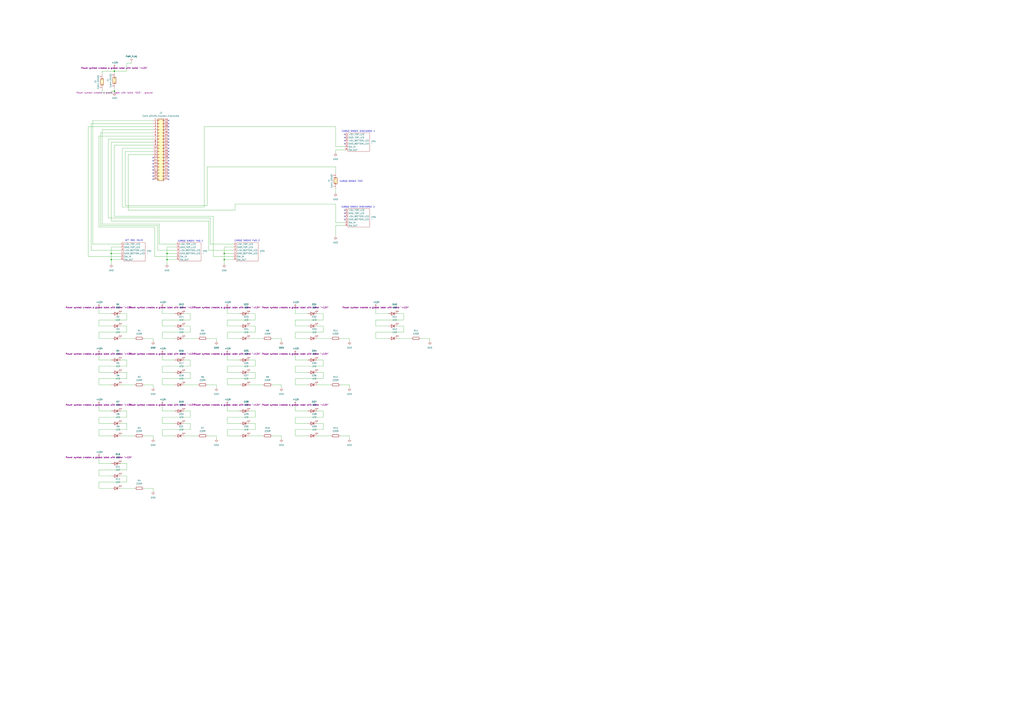
<source format=kicad_sch>
(kicad_sch (version 20250114) (generator "eeschema") (generator_version "9.0")
  (paper "A1")
  (text "CARGO SMOKE FWD 2\n" (at 202.946 197.866 0) (effects (font (size 1.27 1.27))))
  (text "CARGO SMOKE FWD 1" (at 156.464 198.12 0) (effects (font (size 1.27 1.27))))
  (text "CARGO SMOKE DISCHARGE 1\n" (at 294.386 107.95 0) (effects (font (size 1.27 1.27))))
  (text "AFT ISOL VALVE\n" (at 110.236 197.612 0) (effects (font (size 1.27 1.27))))
  (text "CARGO SMOKE TEST\n" (at 288.544 149.098 0) (effects (font (size 1.27 1.27))))
  (text "CARGO SMOKE DISCHARGE 2" (at 294.132 170.18 0) (effects (font (size 1.27 1.27))))
  (junction (at 184.15 213.36))
  (junction (at 137.16 208.28))
  (junction (at 93.98 74.93))
  (junction (at 184.15 208.28))
  (junction (at 91.44 213.36))
  (junction (at 93.98 58.42))
  (junction (at 137.16 213.36))
  (junction (at 91.44 208.28))
  (no_connect (at 125.73 132.08))
  (no_connect (at 125.73 129.54))
  (no_connect (at 125.73 142.24))
  (no_connect (at 138.43 132.08))
  (no_connect (at 138.43 119.38))
  (no_connect (at 138.43 127))
  (no_connect (at 283.21 115.57))
  (no_connect (at 125.73 137.16))
  (no_connect (at 138.43 129.54))
  (no_connect (at 138.43 137.16))
  (no_connect (at 283.21 118.11))
  (no_connect (at 138.43 142.24))
  (no_connect (at 125.73 134.62))
  (no_connect (at 283.21 110.49))
  (no_connect (at 138.43 124.46))
  (no_connect (at 138.43 114.3))
  (no_connect (at 125.73 139.7))
  (no_connect (at 125.73 147.32))
  (no_connect (at 138.43 101.6))
  (no_connect (at 283.21 177.8))
  (no_connect (at 138.43 121.92))
  (no_connect (at 283.21 172.72))
  (no_connect (at 138.43 111.76))
  (no_connect (at 138.43 99.06))
  (no_connect (at 138.43 109.22))
  (no_connect (at 138.43 116.84))
  (no_connect (at 138.43 106.68))
  (no_connect (at 283.21 113.03))
  (no_connect (at 283.21 180.34))
  (no_connect (at 283.21 175.26))
  (no_connect (at 138.43 104.14))
  (no_connect (at 138.43 134.62))
  (no_connect (at 138.43 139.7))
  (no_connect (at 138.43 147.32))
  (no_connect (at 125.73 144.78))
  (no_connect (at 138.43 144.78))
  (wire (pts (xy 83.82 106.68) (xy 125.73 106.68)))
  (wire (pts (xy 91.44 358.14) (xy 81.28 358.14)))
  (wire (pts (xy 167.64 104.14) (xy 167.64 170.18)))
  (wire (pts (xy 81.28 267.97) (xy 81.28 262.89)))
  (wire (pts (xy 93.98 55.88) (xy 93.98 58.42)))
  (wire (pts (xy 265.43 342.9) (xy 265.43 337.82)))
  (wire (pts (xy 151.13 278.13) (xy 162.56 278.13)))
  (wire (pts (xy 81.28 391.16) (xy 81.28 386.08)))
  (wire (pts (xy 156.21 337.82) (xy 151.13 337.82)))
  (wire (pts (xy 191.77 200.66) (xy 172.72 200.66)))
  (wire (pts (xy 283.21 182.88) (xy 275.59 182.88)))
  (wire (pts (xy 81.28 311.15) (xy 104.14 311.15)))
  (wire (pts (xy 133.35 300.99) (xy 156.21 300.99)))
  (wire (pts (xy 308.61 278.13) (xy 308.61 273.05)))
  (wire (pts (xy 129.54 185.42) (xy 82.55 185.42)))
  (wire (pts (xy 144.78 210.82) (xy 127 210.82)))
  (wire (pts (xy 104.14 391.16) (xy 99.06 391.16)))
  (wire (pts (xy 209.55 262.89) (xy 209.55 257.81)))
  (wire (pts (xy 186.69 278.13) (xy 186.69 273.05)))
  (wire (pts (xy 81.28 347.98) (xy 81.28 342.9)))
  (wire (pts (xy 137.16 217.17) (xy 137.16 213.36)))
  (wire (pts (xy 331.47 257.81) (xy 326.39 257.81)))
  (wire (pts (xy 133.35 252.73) (xy 133.35 257.81)))
  (wire (pts (xy 133.35 295.91) (xy 143.51 295.91)))
  (wire (pts (xy 156.21 342.9) (xy 156.21 337.82)))
  (wire (pts (xy 196.85 316.23) (xy 186.69 316.23)))
  (wire (pts (xy 186.69 342.9) (xy 209.55 342.9)))
  (wire (pts (xy 186.69 252.73) (xy 186.69 257.81)))
  (wire (pts (xy 231.14 278.13) (xy 231.14 280.67)))
  (wire (pts (xy 81.28 262.89) (xy 104.14 262.89)))
  (wire (pts (xy 242.57 273.05) (xy 265.43 273.05)))
  (wire (pts (xy 260.35 316.23) (xy 271.78 316.23)))
  (wire (pts (xy 133.35 262.89) (xy 156.21 262.89)))
  (wire (pts (xy 156.21 300.99) (xy 156.21 295.91)))
  (wire (pts (xy 81.28 332.74) (xy 81.28 337.82)))
  (wire (pts (xy 242.57 267.97) (xy 242.57 262.89)))
  (wire (pts (xy 127 210.82) (xy 127 186.69)))
  (wire (pts (xy 177.8 358.14) (xy 177.8 360.68)))
  (wire (pts (xy 308.61 267.97) (xy 308.61 262.89)))
  (wire (pts (xy 151.13 316.23) (xy 162.56 316.23)))
  (wire (pts (xy 93.98 119.38) (xy 125.73 119.38)))
  (wire (pts (xy 72.39 104.14) (xy 125.73 104.14)))
  (wire (pts (xy 81.28 186.69) (xy 81.28 111.76)))
  (wire (pts (xy 156.21 267.97) (xy 151.13 267.97)))
  (wire (pts (xy 308.61 273.05) (xy 331.47 273.05)))
  (wire (pts (xy 170.18 316.23) (xy 177.8 316.23)))
  (wire (pts (xy 125.73 316.23) (xy 125.73 318.77)))
  (wire (pts (xy 353.06 278.13) (xy 353.06 280.67)))
  (wire (pts (xy 133.35 342.9) (xy 156.21 342.9)))
  (wire (pts (xy 83.82 58.42) (xy 93.98 58.42)))
  (wire (pts (xy 81.28 381) (xy 91.44 381)))
  (wire (pts (xy 265.43 262.89) (xy 265.43 257.81)))
  (wire (pts (xy 104.14 273.05) (xy 104.14 267.97)))
  (wire (pts (xy 265.43 353.06) (xy 265.43 347.98)))
  (wire (pts (xy 81.28 316.23) (xy 81.28 311.15)))
  (wire (pts (xy 242.57 347.98) (xy 242.57 342.9)))
  (wire (pts (xy 242.57 278.13) (xy 242.57 273.05)))
  (wire (pts (xy 133.35 316.23) (xy 133.35 311.15)))
  (wire (pts (xy 129.54 185.42) (xy 129.54 205.74)))
  (wire (pts (xy 196.85 358.14) (xy 186.69 358.14)))
  (wire (pts (xy 223.52 278.13) (xy 231.14 278.13)))
  (wire (pts (xy 275.59 142.24) (xy 275.59 137.16)))
  (wire (pts (xy 275.59 185.42) (xy 275.59 194.31)))
  (wire (pts (xy 83.82 73.66) (xy 83.82 76.2)))
  (wire (pts (xy 81.28 386.08) (xy 104.14 386.08)))
  (wire (pts (xy 242.57 337.82) (xy 252.73 337.82)))
  (wire (pts (xy 231.14 316.23) (xy 231.14 318.77)))
  (wire (pts (xy 104.14 337.82) (xy 99.06 337.82)))
  (wire (pts (xy 265.43 295.91) (xy 260.35 295.91)))
  (wire (pts (xy 326.39 278.13) (xy 337.82 278.13)))
  (wire (pts (xy 91.44 203.2) (xy 91.44 208.28)))
  (wire (pts (xy 186.69 295.91) (xy 196.85 295.91)))
  (wire (pts (xy 93.98 58.42) (xy 93.98 59.69)))
  (wire (pts (xy 252.73 316.23) (xy 242.57 316.23)))
  (wire (pts (xy 209.55 267.97) (xy 204.47 267.97)))
  (wire (pts (xy 184.15 217.17) (xy 184.15 213.36)))
  (wire (pts (xy 99.06 203.2) (xy 91.44 203.2)))
  (wire (pts (xy 265.43 257.81) (xy 260.35 257.81)))
  (wire (pts (xy 275.59 123.19) (xy 275.59 125.73)))
  (wire (pts (xy 191.77 210.82) (xy 175.26 210.82)))
  (wire (pts (xy 83.82 60.96) (xy 83.82 58.42)))
  (wire (pts (xy 184.15 208.28) (xy 184.15 213.36)))
  (wire (pts (xy 102.87 124.46) (xy 125.73 124.46)))
  (wire (pts (xy 345.44 278.13) (xy 353.06 278.13)))
  (wire (pts (xy 156.21 306.07) (xy 151.13 306.07)))
  (wire (pts (xy 287.02 278.13) (xy 287.02 280.67)))
  (wire (pts (xy 133.35 273.05) (xy 156.21 273.05)))
  (wire (pts (xy 223.52 358.14) (xy 231.14 358.14)))
  (wire (pts (xy 91.44 116.84) (xy 125.73 116.84)))
  (wire (pts (xy 156.21 257.81) (xy 151.13 257.81)))
  (wire (pts (xy 170.18 278.13) (xy 177.8 278.13)))
  (wire (pts (xy 279.4 316.23) (xy 287.02 316.23)))
  (wire (pts (xy 125.73 358.14) (xy 125.73 360.68)))
  (wire (pts (xy 88.9 114.3) (xy 125.73 114.3)))
  (wire (pts (xy 74.93 101.6) (xy 74.93 205.74)))
  (wire (pts (xy 104.14 347.98) (xy 99.06 347.98)))
  (wire (pts (xy 81.28 375.92) (xy 81.28 381)))
  (wire (pts (xy 82.55 109.22) (xy 125.73 109.22)))
  (wire (pts (xy 275.59 185.42) (xy 283.21 185.42)))
  (wire (pts (xy 252.73 347.98) (xy 242.57 347.98)))
  (wire (pts (xy 186.69 306.07) (xy 186.69 300.99)))
  (wire (pts (xy 186.69 347.98) (xy 186.69 342.9)))
  (wire (pts (xy 308.61 252.73) (xy 308.61 257.81)))
  (wire (pts (xy 156.21 273.05) (xy 156.21 267.97)))
  (wire (pts (xy 279.4 278.13) (xy 287.02 278.13)))
  (wire (pts (xy 104.14 342.9) (xy 104.14 337.82)))
  (wire (pts (xy 260.35 278.13) (xy 271.78 278.13)))
  (wire (pts (xy 196.85 278.13) (xy 186.69 278.13)))
  (wire (pts (xy 275.59 120.65) (xy 283.21 120.65)))
  (wire (pts (xy 81.28 111.76) (xy 125.73 111.76)))
  (wire (pts (xy 177.8 316.23) (xy 177.8 318.77)))
  (wire (pts (xy 107.95 52.07) (xy 107.95 50.8)))
  (wire (pts (xy 99.06 316.23) (xy 110.49 316.23)))
  (wire (pts (xy 104.14 295.91) (xy 99.06 295.91)))
  (wire (pts (xy 81.28 300.99) (xy 104.14 300.99)))
  (wire (pts (xy 242.57 332.74) (xy 242.57 337.82)))
  (wire (pts (xy 209.55 295.91) (xy 204.47 295.91)))
  (wire (pts (xy 156.21 347.98) (xy 151.13 347.98)))
  (wire (pts (xy 99.06 208.28) (xy 91.44 208.28)))
  (wire (pts (xy 275.59 167.64) (xy 193.04 167.64)))
  (wire (pts (xy 209.55 347.98) (xy 204.47 347.98)))
  (wire (pts (xy 91.44 217.17) (xy 91.44 213.36)))
  (wire (pts (xy 242.57 300.99) (xy 265.43 300.99)))
  (wire (pts (xy 204.47 278.13) (xy 215.9 278.13)))
  (wire (pts (xy 100.33 121.92) (xy 125.73 121.92)))
  (wire (pts (xy 76.2 99.06) (xy 125.73 99.06)))
  (wire (pts (xy 91.44 347.98) (xy 81.28 347.98)))
  (wire (pts (xy 231.14 358.14) (xy 231.14 360.68)))
  (wire (pts (xy 156.21 295.91) (xy 151.13 295.91)))
  (wire (pts (xy 143.51 267.97) (xy 133.35 267.97)))
  (wire (pts (xy 275.59 137.16) (xy 170.18 137.16)))
  (wire (pts (xy 175.26 177.8) (xy 175.26 210.82)))
  (wire (pts (xy 133.35 290.83) (xy 133.35 295.91)))
  (wire (pts (xy 186.69 290.83) (xy 186.69 295.91)))
  (wire (pts (xy 104.14 58.42) (xy 104.14 52.07)))
  (wire (pts (xy 104.14 386.08) (xy 104.14 381)))
  (wire (pts (xy 133.35 347.98) (xy 133.35 342.9)))
  (wire (pts (xy 104.14 257.81) (xy 99.06 257.81)))
  (wire (pts (xy 186.69 300.99) (xy 209.55 300.99)))
  (wire (pts (xy 252.73 278.13) (xy 242.57 278.13)))
  (wire (pts (xy 81.28 295.91) (xy 91.44 295.91)))
  (wire (pts (xy 118.11 316.23) (xy 125.73 316.23)))
  (wire (pts (xy 252.73 306.07) (xy 242.57 306.07)))
  (wire (pts (xy 91.44 76.2) (xy 91.44 74.93)))
  (wire (pts (xy 242.57 358.14) (xy 242.57 353.06)))
  (wire (pts (xy 144.78 208.28) (xy 137.16 208.28)))
  (wire (pts (xy 191.77 208.28) (xy 184.15 208.28)))
  (wire (pts (xy 118.11 401.32) (xy 125.73 401.32)))
  (wire (pts (xy 118.11 278.13) (xy 125.73 278.13)))
  (wire (pts (xy 137.16 208.28) (xy 137.16 213.36)))
  (wire (pts (xy 193.04 172.72) (xy 105.41 172.72)))
  (wire (pts (xy 91.44 306.07) (xy 81.28 306.07)))
  (wire (pts (xy 104.14 300.99) (xy 104.14 295.91)))
  (wire (pts (xy 242.57 311.15) (xy 265.43 311.15)))
  (wire (pts (xy 265.43 337.82) (xy 260.35 337.82)))
  (wire (pts (xy 81.28 337.82) (xy 91.44 337.82)))
  (wire (pts (xy 104.14 267.97) (xy 99.06 267.97)))
  (wire (pts (xy 275.59 104.14) (xy 167.64 104.14)))
  (wire (pts (xy 91.44 401.32) (xy 81.28 401.32)))
  (wire (pts (xy 99.06 358.14) (xy 110.49 358.14)))
  (wire (pts (xy 242.57 262.89) (xy 265.43 262.89)))
  (wire (pts (xy 143.51 306.07) (xy 133.35 306.07)))
  (wire (pts (xy 191.77 203.2) (xy 184.15 203.2)))
  (wire (pts (xy 81.28 278.13) (xy 81.28 273.05)))
  (wire (pts (xy 167.64 170.18) (xy 100.33 170.18)))
  (wire (pts (xy 265.43 311.15) (xy 265.43 306.07)))
  (wire (pts (xy 184.15 203.2) (xy 184.15 208.28)))
  (wire (pts (xy 242.57 295.91) (xy 252.73 295.91)))
  (wire (pts (xy 83.82 76.2) (xy 91.44 76.2)))
  (wire (pts (xy 242.57 306.07) (xy 242.57 300.99)))
  (wire (pts (xy 133.35 278.13) (xy 133.35 273.05)))
  (wire (pts (xy 209.55 311.15) (xy 209.55 306.07)))
  (wire (pts (xy 144.78 203.2) (xy 137.16 203.2)))
  (wire (pts (xy 204.47 358.14) (xy 215.9 358.14)))
  (wire (pts (xy 143.51 316.23) (xy 133.35 316.23)))
  (wire (pts (xy 331.47 273.05) (xy 331.47 267.97)))
  (wire (pts (xy 172.72 179.07) (xy 88.9 179.07)))
  (wire (pts (xy 209.55 257.81) (xy 204.47 257.81)))
  (wire (pts (xy 133.35 311.15) (xy 156.21 311.15)))
  (wire (pts (xy 104.14 306.07) (xy 99.06 306.07)))
  (wire (pts (xy 252.73 267.97) (xy 242.57 267.97)))
  (wire (pts (xy 133.35 257.81) (xy 143.51 257.81)))
  (wire (pts (xy 74.93 205.74) (xy 99.06 205.74)))
  (wire (pts (xy 186.69 337.82) (xy 196.85 337.82)))
  (wire (pts (xy 133.35 358.14) (xy 133.35 353.06)))
  (wire (pts (xy 137.16 213.36) (xy 144.78 213.36)))
  (wire (pts (xy 242.57 257.81) (xy 252.73 257.81)))
  (wire (pts (xy 100.33 170.18) (xy 100.33 121.92)))
  (wire (pts (xy 265.43 273.05) (xy 265.43 267.97)))
  (wire (pts (xy 137.16 203.2) (xy 137.16 208.28)))
  (wire (pts (xy 143.51 278.13) (xy 133.35 278.13)))
  (wire (pts (xy 279.4 358.14) (xy 287.02 358.14)))
  (wire (pts (xy 104.14 262.89) (xy 104.14 257.81)))
  (wire (pts (xy 118.11 358.14) (xy 125.73 358.14)))
  (wire (pts (xy 265.43 347.98) (xy 260.35 347.98)))
  (wire (pts (xy 105.41 172.72) (xy 105.41 127)))
  (wire (pts (xy 170.18 168.91) (xy 102.87 168.91)))
  (wire (pts (xy 196.85 306.07) (xy 186.69 306.07)))
  (wire (pts (xy 186.69 257.81) (xy 196.85 257.81)))
  (wire (pts (xy 170.18 137.16) (xy 170.18 168.91)))
  (wire (pts (xy 81.28 342.9) (xy 104.14 342.9)))
  (wire (pts (xy 93.98 74.93) (xy 93.98 76.2)))
  (wire (pts (xy 265.43 306.07) (xy 260.35 306.07)))
  (wire (pts (xy 88.9 179.07) (xy 88.9 114.3)))
  (wire (pts (xy 223.52 316.23) (xy 231.14 316.23)))
  (wire (pts (xy 275.59 123.19) (xy 283.21 123.19)))
  (wire (pts (xy 81.28 252.73) (xy 81.28 257.81)))
  (wire (pts (xy 91.44 391.16) (xy 81.28 391.16)))
  (wire (pts (xy 172.72 179.07) (xy 172.72 200.66)))
  (wire (pts (xy 331.47 267.97) (xy 326.39 267.97)))
  (wire (pts (xy 151.13 358.14) (xy 162.56 358.14)))
  (wire (pts (xy 143.51 347.98) (xy 133.35 347.98)))
  (wire (pts (xy 186.69 273.05) (xy 209.55 273.05)))
  (wire (pts (xy 242.57 353.06) (xy 265.43 353.06)))
  (wire (pts (xy 104.14 52.07) (xy 107.95 52.07)))
  (wire (pts (xy 125.73 401.32) (xy 125.73 403.86)))
  (wire (pts (xy 171.45 181.61) (xy 91.44 181.61)))
  (wire (pts (xy 81.28 306.07) (xy 81.28 300.99)))
  (wire (pts (xy 156.21 353.06) (xy 156.21 347.98)))
  (wire (pts (xy 133.35 332.74) (xy 133.35 337.82)))
  (wire (pts (xy 186.69 353.06) (xy 209.55 353.06)))
  (wire (pts (xy 72.39 210.82) (xy 99.06 210.82)))
  (wire (pts (xy 242.57 290.83) (xy 242.57 295.91)))
  (wire (pts (xy 133.35 353.06) (xy 156.21 353.06)))
  (wire (pts (xy 91.44 278.13) (xy 81.28 278.13)))
  (wire (pts (xy 133.35 306.07) (xy 133.35 300.99)))
  (wire (pts (xy 81.28 290.83) (xy 81.28 295.91)))
  (wire (pts (xy 91.44 267.97) (xy 81.28 267.97)))
  (wire (pts (xy 72.39 210.82) (xy 72.39 104.14)))
  (wire (pts (xy 91.44 213.36) (xy 99.06 213.36)))
  (wire (pts (xy 81.28 396.24) (xy 104.14 396.24)))
  (wire (pts (xy 191.77 205.74) (xy 171.45 205.74)))
  (wire (pts (xy 171.45 205.74) (xy 171.45 181.61)))
  (wire (pts (xy 209.55 300.99) (xy 209.55 295.91)))
  (wire (pts (xy 175.26 177.8) (xy 93.98 177.8)))
  (wire (pts (xy 209.55 306.07) (xy 204.47 306.07)))
  (wire (pts (xy 130.81 184.15) (xy 83.82 184.15)))
  (wire (pts (xy 105.41 127) (xy 125.73 127)))
  (wire (pts (xy 186.69 311.15) (xy 209.55 311.15)))
  (wire (pts (xy 265.43 267.97) (xy 260.35 267.97)))
  (wire (pts (xy 76.2 200.66) (xy 76.2 99.06)))
  (wire (pts (xy 83.82 184.15) (xy 83.82 106.68)))
  (wire (pts (xy 186.69 316.23) (xy 186.69 311.15)))
  (wire (pts (xy 102.87 168.91) (xy 102.87 124.46)))
  (wire (pts (xy 177.8 278.13) (xy 177.8 280.67)))
  (wire (pts (xy 308.61 262.89) (xy 331.47 262.89)))
  (wire (pts (xy 275.59 167.64) (xy 275.59 182.88)))
  (wire (pts (xy 91.44 208.28) (xy 91.44 213.36)))
  (wire (pts (xy 204.47 316.23) (xy 215.9 316.23)))
  (wire (pts (xy 186.69 262.89) (xy 209.55 262.89)))
  (wire (pts (xy 81.28 358.14) (xy 81.28 353.06)))
  (wire (pts (xy 318.77 278.13) (xy 308.61 278.13)))
  (wire (pts (xy 209.55 273.05) (xy 209.55 267.97)))
  (wire (pts (xy 81.28 353.06) (xy 104.14 353.06)))
  (wire (pts (xy 196.85 347.98) (xy 186.69 347.98)))
  (wire (pts (xy 308.61 257.81) (xy 318.77 257.81)))
  (wire (pts (xy 81.28 401.32) (xy 81.28 396.24)))
  (wire (pts (xy 133.35 337.82) (xy 143.51 337.82)))
  (wire (pts (xy 242.57 342.9) (xy 265.43 342.9)))
  (wire (pts (xy 129.54 205.74) (xy 144.78 205.74)))
  (wire (pts (xy 209.55 342.9) (xy 209.55 337.82)))
  (wire (pts (xy 196.85 267.97) (xy 186.69 267.97)))
  (wire (pts (xy 125.73 101.6) (xy 74.93 101.6)))
  (wire (pts (xy 184.15 213.36) (xy 191.77 213.36)))
  (wire (pts (xy 209.55 353.06) (xy 209.55 347.98)))
  (wire (pts (xy 93.98 58.42) (xy 104.14 58.42)))
  (wire (pts (xy 104.14 396.24) (xy 104.14 391.16)))
  (wire (pts (xy 104.14 353.06) (xy 104.14 347.98)))
  (wire (pts (xy 99.06 401.32) (xy 110.49 401.32)))
  (wire (pts (xy 125.73 278.13) (xy 125.73 280.67)))
  (wire (pts (xy 265.43 300.99) (xy 265.43 295.91)))
  (wire (pts (xy 186.69 332.74) (xy 186.69 337.82)))
  (wire (pts (xy 81.28 257.81) (xy 91.44 257.81)))
  (wire (pts (xy 130.81 184.15) (xy 130.81 200.66)))
  (wire (pts (xy 252.73 358.14) (xy 242.57 358.14)))
  (wire (pts (xy 186.69 267.97) (xy 186.69 262.89)))
  (wire (pts (xy 104.14 311.15) (xy 104.14 306.07)))
  (wire (pts (xy 91.44 181.61) (xy 91.44 116.84)))
  (wire (pts (xy 156.21 311.15) (xy 156.21 306.07)))
  (wire (pts (xy 82.55 185.42) (xy 82.55 109.22)))
  (wire (pts (xy 275.59 154.94) (xy 275.59 158.75)))
  (wire (pts (xy 193.04 167.64) (xy 193.04 172.72)))
  (wire (pts (xy 93.98 72.39) (xy 93.98 74.93)))
  (wire (pts (xy 275.59 104.14) (xy 275.59 120.65)))
  (wire (pts (xy 242.57 252.73) (xy 242.57 257.81)))
  (wire (pts (xy 287.02 316.23) (xy 287.02 318.77)))
  (wire (pts (xy 99.06 278.13) (xy 110.49 278.13)))
  (wire (pts (xy 186.69 358.14) (xy 186.69 353.06)))
  (wire (pts (xy 99.06 200.66) (xy 76.2 200.66)))
  (wire (pts (xy 260.35 358.14) (xy 271.78 358.14)))
  (wire (pts (xy 318.77 267.97) (xy 308.61 267.97)))
  (wire (pts (xy 287.02 358.14) (xy 287.02 360.68)))
  (wire (pts (xy 209.55 337.82) (xy 204.47 337.82)))
  (wire (pts (xy 331.47 262.89) (xy 331.47 257.81)))
  (wire (pts (xy 156.21 262.89) (xy 156.21 257.81)))
  (wire (pts (xy 133.35 267.97) (xy 133.35 262.89)))
  (wire (pts (xy 104.14 381) (xy 99.06 381)))
  (wire (pts (xy 91.44 74.93) (xy 93.98 74.93)))
  (wire (pts (xy 127 186.69) (xy 81.28 186.69)))
  (wire (pts (xy 93.98 177.8) (xy 93.98 119.38)))
  (wire (pts (xy 91.44 316.23) (xy 81.28 316.23)))
  (wire (pts (xy 144.78 200.66) (xy 130.81 200.66)))
  (wire (pts (xy 81.28 273.05) (xy 104.14 273.05)))
  (wire (pts (xy 143.51 358.14) (xy 133.35 358.14)))
  (wire (pts (xy 242.57 316.23) (xy 242.57 311.15)))
  (wire (pts (xy 170.18 358.14) (xy 177.8 358.14)))
  (symbol (lib_id "power:GND") (at 93.98 76.2 0) (unit 1)
    (property "Reference" "#PWR07" (effects (hide yes)))
    (property "Value" "GND" (at 94.107 80.5942 0))
    (property "Description" "Power symbol creates a global label with name \"GND\" , ground" (at 93.98 76.2 0))
  )
  (symbol (lib_id "power:+12V") (at 93.98 55.88 0) (unit 1)
    (property "Reference" "#PWR06" (effects (hide yes)))
    (property "Value" "+12V" (at 94.361 51.4858 0))
    (property "Description" "Power symbol creates a global label with name \"+12V\"" (at 93.98 55.88 0))
  )
  (symbol (lib_id "power:PWR_FLAG") (at 107.95 50.8 0) (unit 1)
    (property "Reference" "#FLG01" (effects (hide yes)))
    (property "Value" "PWR_FLAG" (at 107.95 46.4058 0))
  )
  (symbol (lib_id "power:+12V") (at 242.57 332.74 0) (unit 1)
    (property "Reference" "#PWR028" (effects (hide yes)))
    (property "Value" "+12V" (at 242.951 328.3458 0))
    (property "Description" "Power symbol creates a global label with name \"+12V\"" (at 242.57 332.74 0))
  )
  (symbol (lib_id "Device:R") (at 219.71 358.14 90) (unit 1)
    (property "Reference" "R10" (at 219.71 351.79 90))
    (property "Value" "220R" (at 219.71 354.33 90))
    (property "Footprint" "Resistor_SMD:R_1206_3216Metric_Pad1.30x1.75mm_HandSolder" (effects (hide yes)))
    (property "Description" "Resistor" (effects (hide yes)))
  )
  (symbol (lib_id "power:+12V") (at 133.35 252.73 0) (unit 1)
    (property "Reference" "#PWR012" (effects (hide yes)))
    (property "Value" "+12V" (at 133.731 248.3358 0))
    (property "Description" "Power symbol creates a global label with name \"+12V\"" (at 133.35 252.73 0))
  )
  (symbol (lib_id "Device:LED") (at 147.32 347.98 180) (unit 1)
    (property "Reference" "D20" (at 148.9075 340.36 0))
    (property "Value" "LED" (at 148.9075 342.9 0))
    (property "Footprint" "OpenA3XX:LED_Everlight-SMD3528_3.5x2.8mm_67-21ST" (effects (hide yes)))
    (property "Description" "Light emitting diode" (effects (hide yes)))
    (property "Sim.Pins" "1=K 2=A" (effects (hide yes)))
  )
  (symbol (lib_id "Device:R") (at 114.3 401.32 90) (unit 1)
    (property "Reference" "R4" (at 114.3 394.97 90))
    (property "Value" "220R" (at 114.3 397.51 90))
    (property "Footprint" "Resistor_SMD:R_1206_3216Metric_Pad1.30x1.75mm_HandSolder" (effects (hide yes)))
    (property "Description" "Resistor" (effects (hide yes)))
  )
  (symbol (lib_id "Device:LED") (at 95.25 306.07 180) (unit 1)
    (property "Reference" "D5" (at 96.8375 298.45 0))
    (property "Value" "LED" (at 96.8375 300.99 0))
    (property "Footprint" "OpenA3XX:LED_Everlight-SMD3528_3.5x2.8mm_67-21ST" (effects (hide yes)))
    (property "Description" "Light emitting diode" (effects (hide yes)))
    (property "Sim.Pins" "1=K 2=A" (effects (hide yes)))
  )
  (symbol (lib_id "Connector_Generic:Conn_02x01") (at 275.59 149.86 90) (unit 1)
    (property "Reference" "J4" (at 270.0782 148.59 0))
    (property "Value" "Conn_02x01" (at 272.3896 148.59 0))
    (property "Footprint" "Connector_PinHeader_2.54mm:PinHeader_1x02_P2.54mm_Vertical" (effects (hide yes)))
    (property "Description" "Generic connector, double row, 02x01, this symbol is compatible with counter-clockwise, top-bottom and odd-even numbering schemes., script generated (kicad-library-utils/schlib/autogen/connector/)" (effects (hide yes)))
  )
  (symbol (lib_id "Device:LED") (at 256.54 278.13 180) (unit 1)
    (property "Reference" "D33" (at 258.1275 270.51 0))
    (property "Value" "LED" (at 258.1275 273.05 0))
    (property "Footprint" "OpenA3XX:LED_Everlight-SMD3528_3.5x2.8mm_67-21ST" (effects (hide yes)))
    (property "Description" "Light emitting diode" (effects (hide yes)))
    (property "Sim.Pins" "1=K 2=A" (effects (hide yes)))
  )
  (symbol (lib_id "KorrySwitch:Korry_Switch") (at 293.37 170.18 0) (unit 1)
    (property "Reference" "KR5" (at 304.8 178.4349 0) (effects (justify left)))
    (property "Value" "~" (at 304.8 180.34 0) (effects (justify left)))
    (property "Footprint" "OpenA3XX:Korry Switch" (effects (hide yes)))
  )
  (symbol (lib_id "Device:LED") (at 95.25 316.23 180) (unit 1)
    (property "Reference" "D6" (at 96.8375 308.61 0))
    (property "Value" "LED" (at 96.8375 311.15 0))
    (property "Footprint" "OpenA3XX:LED_Everlight-SMD3528_3.5x2.8mm_67-21ST" (effects (hide yes)))
    (property "Description" "Light emitting diode" (effects (hide yes)))
    (property "Sim.Pins" "1=K 2=A" (effects (hide yes)))
  )
  (symbol (lib_id "Device:LED") (at 200.66 267.97 180) (unit 1)
    (property "Reference" "D23" (at 202.2475 260.35 0))
    (property "Value" "LED" (at 202.2475 262.89 0))
    (property "Footprint" "OpenA3XX:LED_Everlight-SMD3528_3.5x2.8mm_67-21ST" (effects (hide yes)))
    (property "Description" "Light emitting diode" (effects (hide yes)))
    (property "Sim.Pins" "1=K 2=A" (effects (hide yes)))
  )
  (symbol (lib_id "power:GND") (at 184.15 217.17 0) (unit 1)
    (property "Reference" "#PWR019" (effects (hide yes)))
    (property "Value" "GND" (at 184.15 222.25 0))
    (property "Description" "Power symbol creates a global label with name \"GND\" , ground" (effects (hide yes)))
  )
  (symbol (lib_id "Device:R") (at 114.3 278.13 90) (unit 1)
    (property "Reference" "R1" (at 114.3 271.78 90))
    (property "Value" "220R" (at 114.3 274.32 90))
    (property "Footprint" "Resistor_SMD:R_1206_3216Metric_Pad1.30x1.75mm_HandSolder" (effects (hide yes)))
    (property "Description" "Resistor" (effects (hide yes)))
  )
  (symbol (lib_id "Device:LED") (at 256.54 267.97 180) (unit 1)
    (property "Reference" "D32" (at 258.1275 260.35 0))
    (property "Value" "LED" (at 258.1275 262.89 0))
    (property "Footprint" "OpenA3XX:LED_Everlight-SMD3528_3.5x2.8mm_67-21ST" (effects (hide yes)))
    (property "Description" "Light emitting diode" (effects (hide yes)))
    (property "Sim.Pins" "1=K 2=A" (effects (hide yes)))
  )
  (symbol (lib_id "Device:R") (at 275.59 316.23 90) (unit 1)
    (property "Reference" "R12" (at 275.59 309.88 90))
    (property "Value" "220R" (at 275.59 312.42 90))
    (property "Footprint" "Resistor_SMD:R_1206_3216Metric_Pad1.30x1.75mm_HandSolder" (effects (hide yes)))
    (property "Description" "Resistor" (effects (hide yes)))
  )
  (symbol (lib_id "Device:LED") (at 200.66 347.98 180) (unit 1)
    (property "Reference" "D29" (at 202.2475 340.36 0))
    (property "Value" "LED" (at 202.2475 342.9 0))
    (property "Footprint" "OpenA3XX:LED_Everlight-SMD3528_3.5x2.8mm_67-21ST" (effects (hide yes)))
    (property "Description" "Light emitting diode" (effects (hide yes)))
    (property "Sim.Pins" "1=K 2=A" (effects (hide yes)))
  )
  (symbol (lib_id "power:GND") (at 91.44 217.17 0) (unit 1)
    (property "Reference" "#PWR05" (effects (hide yes)))
    (property "Value" "GND" (at 91.44 222.25 0))
    (property "Description" "Power symbol creates a global label with name \"GND\" , ground" (effects (hide yes)))
  )
  (symbol (lib_id "power:+12V") (at 242.57 252.73 0) (unit 1)
    (property "Reference" "#PWR026" (effects (hide yes)))
    (property "Value" "+12V" (at 242.951 248.3358 0))
    (property "Description" "Power symbol creates a global label with name \"+12V\"" (at 242.57 252.73 0))
  )
  (symbol (lib_id "Connector_Generic:Conn_02x01") (at 83.82 68.58 90) (unit 1)
    (property "Reference" "J3" (at 78.3082 67.31 0))
    (property "Value" "Conn_02x01" (at 80.6196 67.31 0))
    (property "Footprint" "TerminalBlock:TerminalBlock_bornier-2_P5.08mm" (effects (hide yes)))
    (property "Description" "Generic connector, double row, 02x01, this symbol is compatible with counter-clockwise, top-bottom and odd-even numbering schemes., script generated (kicad-library-utils/schlib/autogen/connector/)" (effects (hide yes)))
  )
  (symbol (lib_id "power:GND") (at 231.14 318.77 0) (unit 1)
    (property "Reference" "#PWR024" (effects (hide yes)))
    (property "Value" "GND" (at 231.14 323.85 0))
    (property "Description" "Power symbol creates a global label with name \"GND\" , ground" (effects (hide yes)))
  )
  (symbol (lib_id "Device:LED") (at 95.25 347.98 180) (unit 1)
    (property "Reference" "D8" (at 96.8375 340.36 0))
    (property "Value" "LED" (at 96.8375 342.9 0))
    (property "Footprint" "OpenA3XX:LED_Everlight-SMD3528_3.5x2.8mm_67-21ST" (effects (hide yes)))
    (property "Description" "Light emitting diode" (effects (hide yes)))
    (property "Sim.Pins" "1=K 2=A" (effects (hide yes)))
  )
  (symbol (lib_id "power:+12V") (at 186.69 332.74 0) (unit 1)
    (property "Reference" "#PWR022" (effects (hide yes)))
    (property "Value" "+12V" (at 187.071 328.3458 0))
    (property "Description" "Power symbol creates a global label with name \"+12V\"" (at 186.69 332.74 0))
  )
  (symbol (lib_id "Device:LED") (at 200.66 316.23 180) (unit 1)
    (property "Reference" "D27" (at 202.2475 308.61 0))
    (property "Value" "LED" (at 202.2475 311.15 0))
    (property "Footprint" "OpenA3XX:LED_Everlight-SMD3528_3.5x2.8mm_67-21ST" (effects (hide yes)))
    (property "Description" "Light emitting diode" (effects (hide yes)))
    (property "Sim.Pins" "1=K 2=A" (effects (hide yes)))
  )
  (symbol (lib_id "Device:LED") (at 200.66 278.13 180) (unit 1)
    (property "Reference" "D24" (at 202.2475 270.51 0))
    (property "Value" "LED" (at 202.2475 273.05 0))
    (property "Footprint" "OpenA3XX:LED_Everlight-SMD3528_3.5x2.8mm_67-21ST" (effects (hide yes)))
    (property "Description" "Light emitting diode" (effects (hide yes)))
    (property "Sim.Pins" "1=K 2=A" (effects (hide yes)))
  )
  (symbol (lib_id "power:+12V") (at 308.61 252.73 0) (unit 1)
    (property "Reference" "#PWR035" (effects (hide yes)))
    (property "Value" "+12V" (at 308.991 248.3358 0))
    (property "Description" "Power symbol creates a global label with name \"+12V\"" (at 308.61 252.73 0))
  )
  (symbol (lib_id "Device:LED") (at 147.32 257.81 180) (unit 1)
    (property "Reference" "D13" (at 148.9075 250.19 0))
    (property "Value" "LED" (at 148.9075 252.73 0))
    (property "Footprint" "OpenA3XX:LED_Everlight-SMD3528_3.5x2.8mm_67-21ST" (effects (hide yes)))
    (property "Description" "Light emitting diode" (effects (hide yes)))
    (property "Sim.Pins" "1=K 2=A" (effects (hide yes)))
  )
  (symbol (lib_id "power:GND") (at 125.73 318.77 0) (unit 1)
    (property "Reference" "#PWR09" (effects (hide yes)))
    (property "Value" "GND" (at 125.73 323.85 0))
    (property "Description" "Power symbol creates a global label with name \"GND\" , ground" (effects (hide yes)))
  )
  (symbol (lib_id "KorrySwitch:Korry_Switch") (at 293.37 107.95 0) (unit 1)
    (property "Reference" "KR4" (at 304.8 116.2049 0) (effects (justify left)))
    (property "Value" "~" (at 304.8 118.11 0) (effects (justify left)))
    (property "Footprint" "OpenA3XX:Korry Switch" (effects (hide yes)))
  )
  (symbol (lib_id "Device:R") (at 341.63 278.13 90) (unit 1)
    (property "Reference" "R14" (at 341.63 271.78 90))
    (property "Value" "220R" (at 341.63 274.32 90))
    (property "Footprint" "Resistor_SMD:R_1206_3216Metric_Pad1.30x1.75mm_HandSolder" (effects (hide yes)))
    (property "Description" "Resistor" (effects (hide yes)))
  )
  (symbol (lib_id "Device:LED") (at 200.66 295.91 180) (unit 1)
    (property "Reference" "D25" (at 202.2475 288.29 0))
    (property "Value" "LED" (at 202.2475 290.83 0))
    (property "Footprint" "OpenA3XX:LED_Everlight-SMD3528_3.5x2.8mm_67-21ST" (effects (hide yes)))
    (property "Description" "Light emitting diode" (effects (hide yes)))
    (property "Sim.Pins" "1=K 2=A" (effects (hide yes)))
  )
  (symbol (lib_id "Device:R") (at 275.59 278.13 90) (unit 1)
    (property "Reference" "R11" (at 275.59 271.78 90))
    (property "Value" "220R" (at 275.59 274.32 90))
    (property "Footprint" "Resistor_SMD:R_1206_3216Metric_Pad1.30x1.75mm_HandSolder" (effects (hide yes)))
    (property "Description" "Resistor" (effects (hide yes)))
  )
  (symbol (lib_id "power:+12V") (at 186.69 252.73 0) (unit 1)
    (property "Reference" "#PWR020" (effects (hide yes)))
    (property "Value" "+12V" (at 187.071 248.3358 0))
    (property "Description" "Power symbol creates a global label with name \"+12V\"" (at 186.69 252.73 0))
  )
  (symbol (lib_id "power:GND") (at 275.59 125.73 0) (unit 1)
    (property "Reference" "#PWR029" (effects (hide yes)))
    (property "Value" "GND" (at 275.59 130.81 0))
    (property "Description" "Power symbol creates a global label with name \"GND\" , ground" (effects (hide yes)))
  )
  (symbol (lib_id "power:GND") (at 353.06 280.67 0) (unit 1)
    (property "Reference" "#PWR037" (effects (hide yes)))
    (property "Value" "GND" (at 353.06 285.75 0))
    (property "Description" "Power symbol creates a global label with name \"GND\" , ground" (effects (hide yes)))
  )
  (symbol (lib_id "Device:LED") (at 200.66 358.14 180) (unit 1)
    (property "Reference" "D30" (at 202.2475 350.52 0))
    (property "Value" "LED" (at 202.2475 353.06 0))
    (property "Footprint" "OpenA3XX:LED_Everlight-SMD3528_3.5x2.8mm_67-21ST" (effects (hide yes)))
    (property "Description" "Light emitting diode" (effects (hide yes)))
    (property "Sim.Pins" "1=K 2=A" (effects (hide yes)))
  )
  (symbol (lib_id "Device:R") (at 114.3 316.23 90) (unit 1)
    (property "Reference" "R2" (at 114.3 309.88 90))
    (property "Value" "220R" (at 114.3 312.42 90))
    (property "Footprint" "Resistor_SMD:R_1206_3216Metric_Pad1.30x1.75mm_HandSolder" (effects (hide yes)))
    (property "Description" "Resistor" (effects (hide yes)))
  )
  (symbol (lib_id "power:GND") (at 125.73 360.68 0) (unit 1)
    (property "Reference" "#PWR010" (effects (hide yes)))
    (property "Value" "GND" (at 125.73 365.76 0))
    (property "Description" "Power symbol creates a global label with name \"GND\" , ground" (effects (hide yes)))
  )
  (symbol (lib_id "Device:LED") (at 256.54 316.23 180) (unit 1)
    (property "Reference" "D36" (at 258.1275 308.61 0))
    (property "Value" "LED" (at 258.1275 311.15 0))
    (property "Footprint" "OpenA3XX:LED_Everlight-SMD3528_3.5x2.8mm_67-21ST" (effects (hide yes)))
    (property "Description" "Light emitting diode" (effects (hide yes)))
    (property "Sim.Pins" "1=K 2=A" (effects (hide yes)))
  )
  (symbol (lib_id "power:+12V") (at 133.35 290.83 0) (unit 1)
    (property "Reference" "#PWR013" (effects (hide yes)))
    (property "Value" "+12V" (at 133.731 286.4358 0))
    (property "Description" "Power symbol creates a global label with name \"+12V\"" (at 133.35 290.83 0))
  )
  (symbol (lib_id "power:+12V") (at 81.28 252.73 0) (unit 1)
    (property "Reference" "#PWR01" (effects (hide yes)))
    (property "Value" "+12V" (at 81.661 248.3358 0))
    (property "Description" "Power symbol creates a global label with name \"+12V\"" (at 81.28 252.73 0))
  )
  (symbol (lib_id "Device:LED") (at 147.32 278.13 180) (unit 1)
    (property "Reference" "D15" (at 148.9075 270.51 0))
    (property "Value" "LED" (at 148.9075 273.05 0))
    (property "Footprint" "OpenA3XX:LED_Everlight-SMD3528_3.5x2.8mm_67-21ST" (effects (hide yes)))
    (property "Description" "Light emitting diode" (effects (hide yes)))
    (property "Sim.Pins" "1=K 2=A" (effects (hide yes)))
  )
  (symbol (lib_id "power:GND") (at 125.73 280.67 0) (unit 1)
    (property "Reference" "#PWR08" (effects (hide yes)))
    (property "Value" "GND" (at 125.73 285.75 0))
    (property "Description" "Power symbol creates a global label with name \"GND\" , ground" (effects (hide yes)))
  )
  (symbol (lib_id "Device:LED") (at 322.58 257.81 180) (unit 1)
    (property "Reference" "D40" (at 324.1675 250.19 0))
    (property "Value" "LED" (at 324.1675 252.73 0))
    (property "Footprint" "OpenA3XX:LED_Everlight-SMD3528_3.5x2.8mm_67-21ST" (effects (hide yes)))
    (property "Description" "Light emitting diode" (effects (hide yes)))
    (property "Sim.Pins" "1=K 2=A" (effects (hide yes)))
  )
  (symbol (lib_id "Device:LED") (at 322.58 278.13 180) (unit 1)
    (property "Reference" "D42" (at 324.1675 270.51 0))
    (property "Value" "LED" (at 324.1675 273.05 0))
    (property "Footprint" "OpenA3XX:LED_Everlight-SMD3528_3.5x2.8mm_67-21ST" (effects (hide yes)))
    (property "Description" "Light emitting diode" (effects (hide yes)))
    (property "Sim.Pins" "1=K 2=A" (effects (hide yes)))
  )
  (symbol (lib_id "Device:R") (at 219.71 278.13 90) (unit 1)
    (property "Reference" "R8" (at 219.71 271.78 90))
    (property "Value" "220R" (at 219.71 274.32 90))
    (property "Footprint" "Resistor_SMD:R_1206_3216Metric_Pad1.30x1.75mm_HandSolder" (effects (hide yes)))
    (property "Description" "Resistor" (effects (hide yes)))
  )
  (symbol (lib_id "power:+12V") (at 81.28 290.83 0) (unit 1)
    (property "Reference" "#PWR02" (effects (hide yes)))
    (property "Value" "+12V" (at 81.661 286.4358 0))
    (property "Description" "Power symbol creates a global label with name \"+12V\"" (at 81.28 290.83 0))
  )
  (symbol (lib_id "Device:LED") (at 256.54 257.81 180) (unit 1)
    (property "Reference" "D31" (at 258.1275 250.19 0))
    (property "Value" "LED" (at 258.1275 252.73 0))
    (property "Footprint" "OpenA3XX:LED_Everlight-SMD3528_3.5x2.8mm_67-21ST" (effects (hide yes)))
    (property "Description" "Light emitting diode" (effects (hide yes)))
    (property "Sim.Pins" "1=K 2=A" (effects (hide yes)))
  )
  (symbol (lib_id "Device:LED") (at 322.58 267.97 180) (unit 1)
    (property "Reference" "D41" (at 324.1675 260.35 0))
    (property "Value" "LED" (at 324.1675 262.89 0))
    (property "Footprint" "OpenA3XX:LED_Everlight-SMD3528_3.5x2.8mm_67-21ST" (effects (hide yes)))
    (property "Description" "Light emitting diode" (effects (hide yes)))
    (property "Sim.Pins" "1=K 2=A" (effects (hide yes)))
  )
  (symbol (lib_id "Device:R") (at 114.3 358.14 90) (unit 1)
    (property "Reference" "R3" (at 114.3 351.79 90))
    (property "Value" "220R" (at 114.3 354.33 90))
    (property "Footprint" "Resistor_SMD:R_1206_3216Metric_Pad1.30x1.75mm_HandSolder" (effects (hide yes)))
    (property "Description" "Resistor" (effects (hide yes)))
  )
  (symbol (lib_id "Device:LED") (at 256.54 295.91 180) (unit 1)
    (property "Reference" "D34" (at 258.1275 288.29 0))
    (property "Value" "LED" (at 258.1275 290.83 0))
    (property "Footprint" "OpenA3XX:LED_Everlight-SMD3528_3.5x2.8mm_67-21ST" (effects (hide yes)))
    (property "Description" "Light emitting diode" (effects (hide yes)))
    (property "Sim.Pins" "1=K 2=A" (effects (hide yes)))
  )
  (symbol (lib_id "Device:LED") (at 95.25 401.32 180) (unit 1)
    (property "Reference" "D12" (at 96.8375 393.7 0))
    (property "Value" "LED" (at 96.8375 396.24 0))
    (property "Footprint" "OpenA3XX:LED_Everlight-SMD3528_3.5x2.8mm_67-21ST" (effects (hide yes)))
    (property "Description" "Light emitting diode" (effects (hide yes)))
    (property "Sim.Pins" "1=K 2=A" (effects (hide yes)))
  )
  (symbol (lib_id "Connector_Generic:Conn_02x20_Counter_Clockwise") (at 130.81 121.92 0) (unit 1)
    (property "Reference" "J2" (at 132.08 92.71 0))
    (property "Value" "Conn_02x20_Counter_Clockwise" (at 132.08 95.25 0))
    (property "Footprint" "Connector_PinHeader_2.54mm:PinHeader_2x20_P2.54mm_Vertical" (effects (hide yes)))
    (property "Description" "Generic connector, double row, 02x20, counter clockwise pin numbering scheme (similar to DIP package numbering), script generated (kicad-library-utils/schlib/autogen/connector/)" (effects (hide yes)))
  )
  (symbol (lib_id "Device:LED") (at 95.25 358.14 180) (unit 1)
    (property "Reference" "D9" (at 96.8375 350.52 0))
    (property "Value" "LED" (at 96.8375 353.06 0))
    (property "Footprint" "OpenA3XX:LED_Everlight-SMD3528_3.5x2.8mm_67-21ST" (effects (hide yes)))
    (property "Description" "Light emitting diode" (effects (hide yes)))
    (property "Sim.Pins" "1=K 2=A" (effects (hide yes)))
  )
  (symbol (lib_id "KorrySwitch:Korry_Switch") (at 201.93 198.12 0) (unit 1)
    (property "Reference" "KR3" (at 213.36 206.3749 0) (effects (justify left)))
    (property "Value" "~" (at 213.36 208.28 0) (effects (justify left)))
    (property "Footprint" "OpenA3XX:Korry Switch" (effects (hide yes)))
  )
  (symbol (lib_id "KorrySwitch:Korry_Switch") (at 154.94 198.12 0) (unit 1)
    (property "Reference" "KR2" (at 166.37 206.3749 0) (effects (justify left)))
    (property "Value" "~" (at 166.37 208.28 0) (effects (justify left)))
    (property "Footprint" "OpenA3XX:Korry Switch" (effects (hide yes)))
  )
  (symbol (lib_id "Device:R") (at 219.71 316.23 90) (unit 1)
    (property "Reference" "R9" (at 219.71 309.88 90))
    (property "Value" "220R" (at 219.71 312.42 90))
    (property "Footprint" "Resistor_SMD:R_1206_3216Metric_Pad1.30x1.75mm_HandSolder" (effects (hide yes)))
    (property "Description" "Resistor" (effects (hide yes)))
  )
  (symbol (lib_id "Device:LED") (at 256.54 337.82 180) (unit 1)
    (property "Reference" "D37" (at 258.1275 330.2 0))
    (property "Value" "LED" (at 258.1275 332.74 0))
    (property "Footprint" "OpenA3XX:LED_Everlight-SMD3528_3.5x2.8mm_67-21ST" (effects (hide yes)))
    (property "Description" "Light emitting diode" (effects (hide yes)))
    (property "Sim.Pins" "1=K 2=A" (effects (hide yes)))
  )
  (symbol (lib_id "power:GND") (at 275.59 158.75 0) (unit 1)
    (property "Reference" "#PWR030" (effects (hide yes)))
    (property "Value" "GND" (at 275.59 163.83 0))
    (property "Description" "Power symbol creates a global label with name \"GND\" , ground" (effects (hide yes)))
  )
  (symbol (lib_id "power:+12V") (at 242.57 290.83 0) (unit 1)
    (property "Reference" "#PWR027" (effects (hide yes)))
    (property "Value" "+12V" (at 242.951 286.4358 0))
    (property "Description" "Power symbol creates a global label with name \"+12V\"" (at 242.57 290.83 0))
  )
  (symbol (lib_id "Device:LED") (at 200.66 257.81 180) (unit 1)
    (property "Reference" "D22" (at 202.2475 250.19 0))
    (property "Value" "LED" (at 202.2475 252.73 0))
    (property "Footprint" "OpenA3XX:LED_Everlight-SMD3528_3.5x2.8mm_67-21ST" (effects (hide yes)))
    (property "Description" "Light emitting diode" (effects (hide yes)))
    (property "Sim.Pins" "1=K 2=A" (effects (hide yes)))
  )
  (symbol (lib_id "Device:R") (at 166.37 316.23 90) (unit 1)
    (property "Reference" "R6" (at 166.37 309.88 90))
    (property "Value" "220R" (at 166.37 312.42 90))
    (property "Footprint" "Resistor_SMD:R_1206_3216Metric_Pad1.30x1.75mm_HandSolder" (effects (hide yes)))
    (property "Description" "Resistor" (effects (hide yes)))
  )
  (symbol (lib_id "power:+12V") (at 133.35 332.74 0) (unit 1)
    (property "Reference" "#PWR014" (effects (hide yes)))
    (property "Value" "+12V" (at 133.731 328.3458 0))
    (property "Description" "Power symbol creates a global label with name \"+12V\"" (at 133.35 332.74 0))
  )
  (symbol (lib_id "Device:LED") (at 200.66 306.07 180) (unit 1)
    (property "Reference" "D26" (at 202.2475 298.45 0))
    (property "Value" "LED" (at 202.2475 300.99 0))
    (property "Footprint" "OpenA3XX:LED_Everlight-SMD3528_3.5x2.8mm_67-21ST" (effects (hide yes)))
    (property "Description" "Light emitting diode" (effects (hide yes)))
    (property "Sim.Pins" "1=K 2=A" (effects (hide yes)))
  )
  (symbol (lib_id "Device:LED") (at 147.32 337.82 180) (unit 1)
    (property "Reference" "D19" (at 148.9075 330.2 0))
    (property "Value" "LED" (at 148.9075 332.74 0))
    (property "Footprint" "OpenA3XX:LED_Everlight-SMD3528_3.5x2.8mm_67-21ST" (effects (hide yes)))
    (property "Description" "Light emitting diode" (effects (hide yes)))
    (property "Sim.Pins" "1=K 2=A" (effects (hide yes)))
  )
  (symbol (lib_id "power:GND") (at 177.8 360.68 0) (unit 1)
    (property "Reference" "#PWR018" (effects (hide yes)))
    (property "Value" "GND" (at 177.8 365.76 0))
    (property "Description" "Power symbol creates a global label with name \"GND\" , ground" (effects (hide yes)))
  )
  (symbol (lib_id "Device:LED") (at 95.25 257.81 180) (unit 1)
    (property "Reference" "D1" (at 96.8375 250.19 0))
    (property "Value" "LED" (at 96.8375 252.73 0))
    (property "Footprint" "OpenA3XX:LED_Everlight-SMD3528_3.5x2.8mm_67-21ST" (effects (hide yes)))
    (property "Description" "Light emitting diode" (effects (hide yes)))
    (property "Sim.Pins" "1=K 2=A" (effects (hide yes)))
  )
  (symbol (lib_id "Device:LED") (at 95.25 267.97 180) (unit 1)
    (property "Reference" "D2" (at 96.8375 260.35 0))
    (property "Value" "LED" (at 96.8375 262.89 0))
    (property "Footprint" "OpenA3XX:LED_Everlight-SMD3528_3.5x2.8mm_67-21ST" (effects (hide yes)))
    (property "Description" "Light emitting diode" (effects (hide yes)))
    (property "Sim.Pins" "1=K 2=A" (effects (hide yes)))
  )
  (symbol (lib_id "power:GND") (at 275.59 194.31 0) (unit 1)
    (property "Reference" "#PWR031" (effects (hide yes)))
    (property "Value" "GND" (at 275.59 199.39 0))
    (property "Description" "Power symbol creates a global label with name \"GND\" , ground" (effects (hide yes)))
  )
  (symbol (lib_id "power:+12V") (at 81.28 375.92 0) (unit 1)
    (property "Reference" "#PWR04" (effects (hide yes)))
    (property "Value" "+12V" (at 81.661 371.5258 0))
    (property "Description" "Power symbol creates a global label with name \"+12V\"" (at 81.28 375.92 0))
  )
  (symbol (lib_id "Device:LED") (at 95.25 295.91 180) (unit 1)
    (property "Reference" "D4" (at 96.8375 288.29 0))
    (property "Value" "LED" (at 96.8375 290.83 0))
    (property "Footprint" "OpenA3XX:LED_Everlight-SMD3528_3.5x2.8mm_67-21ST" (effects (hide yes)))
    (property "Description" "Light emitting diode" (effects (hide yes)))
    (property "Sim.Pins" "1=K 2=A" (effects (hide yes)))
  )
  (symbol (lib_id "Device:LED") (at 147.32 306.07 180) (unit 1)
    (property "Reference" "D17" (at 148.9075 298.45 0))
    (property "Value" "LED" (at 148.9075 300.99 0))
    (property "Footprint" "OpenA3XX:LED_Everlight-SMD3528_3.5x2.8mm_67-21ST" (effects (hide yes)))
    (property "Description" "Light emitting diode" (effects (hide yes)))
    (property "Sim.Pins" "1=K 2=A" (effects (hide yes)))
  )
  (symbol (lib_id "power:GND") (at 287.02 360.68 0) (unit 1)
    (property "Reference" "#PWR034" (effects (hide yes)))
    (property "Value" "GND" (at 287.02 365.76 0))
    (property "Description" "Power symbol creates a global label with name \"GND\" , ground" (effects (hide yes)))
  )
  (symbol (lib_id "Device:LED") (at 147.32 316.23 180) (unit 1)
    (property "Reference" "D18" (at 148.9075 308.61 0))
    (property "Value" "LED" (at 148.9075 311.15 0))
    (property "Footprint" "OpenA3XX:LED_Everlight-SMD3528_3.5x2.8mm_67-21ST" (effects (hide yes)))
    (property "Description" "Light emitting diode" (effects (hide yes)))
    (property "Sim.Pins" "1=K 2=A" (effects (hide yes)))
  )
  (symbol (lib_id "power:+12V") (at 81.28 332.74 0) (unit 1)
    (property "Reference" "#PWR03" (effects (hide yes)))
    (property "Value" "+12V" (at 81.661 328.3458 0))
    (property "Description" "Power symbol creates a global label with name \"+12V\"" (at 81.28 332.74 0))
  )
  (symbol (lib_id "Device:LED") (at 95.25 381 180) (unit 1)
    (property "Reference" "D10" (at 96.8375 373.38 0))
    (property "Value" "LED" (at 96.8375 375.92 0))
    (property "Footprint" "OpenA3XX:LED_Everlight-SMD3528_3.5x2.8mm_67-21ST" (effects (hide yes)))
    (property "Description" "Light emitting diode" (effects (hide yes)))
    (property "Sim.Pins" "1=K 2=A" (effects (hide yes)))
  )
  (symbol (lib_id "Device:R") (at 166.37 358.14 90) (unit 1)
    (property "Reference" "R7" (at 166.37 351.79 90))
    (property "Value" "220R" (at 166.37 354.33 90))
    (property "Footprint" "Resistor_SMD:R_1206_3216Metric_Pad1.30x1.75mm_HandSolder" (effects (hide yes)))
    (property "Description" "Resistor" (effects (hide yes)))
  )
  (symbol (lib_id "Device:LED") (at 147.32 295.91 180) (unit 1)
    (property "Reference" "D16" (at 148.9075 288.29 0))
    (property "Value" "LED" (at 148.9075 290.83 0))
    (property "Footprint" "OpenA3XX:LED_Everlight-SMD3528_3.5x2.8mm_67-21ST" (effects (hide yes)))
    (property "Description" "Light emitting diode" (effects (hide yes)))
    (property "Sim.Pins" "1=K 2=A" (effects (hide yes)))
  )
  (symbol (lib_id "power:GND") (at 125.73 403.86 0) (unit 1)
    (property "Reference" "#PWR011" (effects (hide yes)))
    (property "Value" "GND" (at 125.73 408.94 0))
    (property "Description" "Power symbol creates a global label with name \"GND\" , ground" (effects (hide yes)))
  )
  (symbol (lib_id "power:GND") (at 137.16 217.17 0) (unit 1)
    (property "Reference" "#PWR015" (effects (hide yes)))
    (property "Value" "GND" (at 137.16 222.25 0))
    (property "Description" "Power symbol creates a global label with name \"GND\" , ground" (effects (hide yes)))
  )
  (symbol (lib_id "power:GND") (at 177.8 318.77 0) (unit 1)
    (property "Reference" "#PWR017" (effects (hide yes)))
    (property "Value" "GND" (at 177.8 323.85 0))
    (property "Description" "Power symbol creates a global label with name \"GND\" , ground" (effects (hide yes)))
  )
  (symbol (lib_id "power:GND") (at 231.14 360.68 0) (unit 1)
    (property "Reference" "#PWR025" (effects (hide yes)))
    (property "Value" "GND" (at 231.14 365.76 0))
    (property "Description" "Power symbol creates a global label with name \"GND\" , ground" (effects (hide yes)))
  )
  (symbol (lib_id "power:+12V") (at 186.69 290.83 0) (unit 1)
    (property "Reference" "#PWR021" (effects (hide yes)))
    (property "Value" "+12V" (at 187.071 286.4358 0))
    (property "Description" "Power symbol creates a global label with name \"+12V\"" (at 186.69 290.83 0))
  )
  (symbol (lib_id "power:GND") (at 287.02 318.77 0) (unit 1)
    (property "Reference" "#PWR033" (effects (hide yes)))
    (property "Value" "GND" (at 287.02 323.85 0))
    (property "Description" "Power symbol creates a global label with name \"GND\" , ground" (effects (hide yes)))
  )
  (symbol (lib_id "Device:LED") (at 256.54 358.14 180) (unit 1)
    (property "Reference" "D39" (at 258.1275 350.52 0))
    (property "Value" "LED" (at 258.1275 353.06 0))
    (property "Footprint" "OpenA3XX:LED_Everlight-SMD3528_3.5x2.8mm_67-21ST" (effects (hide yes)))
    (property "Description" "Light emitting diode" (effects (hide yes)))
    (property "Sim.Pins" "1=K 2=A" (effects (hide yes)))
  )
  (symbol (lib_id "power:GND") (at 177.8 280.67 0) (unit 1)
    (property "Reference" "#PWR016" (effects (hide yes)))
    (property "Value" "GND" (at 177.8 285.75 0))
    (property "Description" "Power symbol creates a global label with name \"GND\" , ground" (effects (hide yes)))
  )
  (symbol (lib_id "Device:LED") (at 95.25 391.16 180) (unit 1)
    (property "Reference" "D11" (at 96.8375 383.54 0))
    (property "Value" "LED" (at 96.8375 386.08 0))
    (property "Footprint" "OpenA3XX:LED_Everlight-SMD3528_3.5x2.8mm_67-21ST" (effects (hide yes)))
    (property "Description" "Light emitting diode" (effects (hide yes)))
    (property "Sim.Pins" "1=K 2=A" (effects (hide yes)))
  )
  (symbol (lib_id "power:GND") (at 287.02 280.67 0) (unit 1)
    (property "Reference" "#PWR032" (effects (hide yes)))
    (property "Value" "GND" (at 287.02 285.75 0))
    (property "Description" "Power symbol creates a global label with name \"GND\" , ground" (effects (hide yes)))
  )
  (symbol (lib_id "Device:R") (at 275.59 358.14 90) (unit 1)
    (property "Reference" "R13" (at 275.59 351.79 90))
    (property "Value" "220R" (at 275.59 354.33 90))
    (property "Footprint" "Resistor_SMD:R_1206_3216Metric_Pad1.30x1.75mm_HandSolder" (effects (hide yes)))
    (property "Description" "Resistor" (effects (hide yes)))
  )
  (symbol (lib_id "KorrySwitch:Korry_Switch") (at 109.22 198.12 0) (unit 1)
    (property "Reference" "KR1" (at 120.65 206.3749 0) (effects (justify left)))
    (property "Value" "~" (at 120.65 208.28 0) (effects (justify left)))
    (property "Footprint" "OpenA3XX:Korry Switch" (effects (hide yes)))
  )
  (symbol (lib_id "Device:R") (at 166.37 278.13 90) (unit 1)
    (property "Reference" "R5" (at 166.37 271.78 90))
    (property "Value" "220R" (at 166.37 274.32 90))
    (property "Footprint" "Resistor_SMD:R_1206_3216Metric_Pad1.30x1.75mm_HandSolder" (effects (hide yes)))
    (property "Description" "Resistor" (effects (hide yes)))
  )
  (symbol (lib_id "Connector_Generic:Conn_02x01") (at 93.98 67.31 90) (unit 1)
    (property "Reference" "J1" (at 88.4682 66.04 0))
    (property "Value" "Conn_02x01" (at 90.7796 66.04 0))
    (property "Footprint" "TerminalBlock:TerminalBlock_bornier-2_P5.08mm" (effects (hide yes)))
    (property "Description" "Generic connector, double row, 02x01, this symbol is compatible with counter-clockwise, top-bottom and odd-even numbering schemes., script generated (kicad-library-utils/schlib/autogen/connector/)" (effects (hide yes)))
  )
  (symbol (lib_id "Device:LED") (at 95.25 337.82 180) (unit 1)
    (property "Reference" "D7" (at 96.8375 330.2 0))
    (property "Value" "LED" (at 96.8375 332.74 0))
    (property "Footprint" "OpenA3XX:LED_Everlight-SMD3528_3.5x2.8mm_67-21ST" (effects (hide yes)))
    (property "Description" "Light emitting diode" (effects (hide yes)))
    (property "Sim.Pins" "1=K 2=A" (effects (hide yes)))
  )
  (symbol (lib_id "Device:LED") (at 147.32 358.14 180) (unit 1)
    (property "Reference" "D21" (at 148.9075 350.52 0))
    (property "Value" "LED" (at 148.9075 353.06 0))
    (property "Footprint" "OpenA3XX:LED_Everlight-SMD3528_3.5x2.8mm_67-21ST" (effects (hide yes)))
    (property "Description" "Light emitting diode" (effects (hide yes)))
    (property "Sim.Pins" "1=K 2=A" (effects (hide yes)))
  )
  (symbol (lib_id "Device:LED") (at 95.25 278.13 180) (unit 1)
    (property "Reference" "D3" (at 96.8375 270.51 0))
    (property "Value" "LED" (at 96.8375 273.05 0))
    (property "Footprint" "OpenA3XX:LED_Everlight-SMD3528_3.5x2.8mm_67-21ST" (effects (hide yes)))
    (property "Description" "Light emitting diode" (effects (hide yes)))
    (property "Sim.Pins" "1=K 2=A" (effects (hide yes)))
  )
  (symbol (lib_id "Device:LED") (at 256.54 347.98 180) (unit 1)
    (property "Reference" "D38" (at 258.1275 340.36 0))
    (property "Value" "LED" (at 258.1275 342.9 0))
    (property "Footprint" "OpenA3XX:LED_Everlight-SMD3528_3.5x2.8mm_67-21ST" (effects (hide yes)))
    (property "Description" "Light emitting diode" (effects (hide yes)))
    (property "Sim.Pins" "1=K 2=A" (effects (hide yes)))
  )
  (symbol (lib_id "power:GND") (at 231.14 280.67 0) (unit 1)
    (property "Reference" "#PWR023" (effects (hide yes)))
    (property "Value" "GND" (at 231.14 285.75 0))
    (property "Description" "Power symbol creates a global label with name \"GND\" , ground" (effects (hide yes)))
  )
  (symbol (lib_id "Device:LED") (at 200.66 337.82 180) (unit 1)
    (property "Reference" "D28" (at 202.2475 330.2 0))
    (property "Value" "LED" (at 202.2475 332.74 0))
    (property "Footprint" "OpenA3XX:LED_Everlight-SMD3528_3.5x2.8mm_67-21ST" (effects (hide yes)))
    (property "Description" "Light emitting diode" (effects (hide yes)))
    (property "Sim.Pins" "1=K 2=A" (effects (hide yes)))
  )
  (symbol (lib_id "Device:LED") (at 256.54 306.07 180) (unit 1)
    (property "Reference" "D35" (at 258.1275 298.45 0))
    (property "Value" "LED" (at 258.1275 300.99 0))
    (property "Footprint" "OpenA3XX:LED_Everlight-SMD3528_3.5x2.8mm_67-21ST" (effects (hide yes)))
    (property "Description" "Light emitting diode" (effects (hide yes)))
    (property "Sim.Pins" "1=K 2=A" (effects (hide yes)))
  )
  (symbol (lib_id "Device:LED") (at 147.32 267.97 180) (unit 1)
    (property "Reference" "D14" (at 148.9075 260.35 0))
    (property "Value" "LED" (at 148.9075 262.89 0))
    (property "Footprint" "OpenA3XX:LED_Everlight-SMD3528_3.5x2.8mm_67-21ST" (effects (hide yes)))
    (property "Description" "Light emitting diode" (effects (hide yes)))
    (property "Sim.Pins" "1=K 2=A" (effects (hide yes)))
  )
)
</source>
